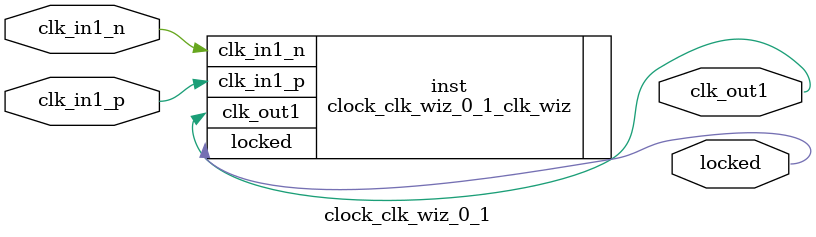
<source format=v>


`timescale 1ps/1ps

(* CORE_GENERATION_INFO = "clock_clk_wiz_0_1,clk_wiz_v6_0_9_0_0,{component_name=clock_clk_wiz_0_1,use_phase_alignment=false,use_min_o_jitter=false,use_max_i_jitter=false,use_dyn_phase_shift=false,use_inclk_switchover=false,use_dyn_reconfig=false,enable_axi=0,feedback_source=FDBK_AUTO,PRIMITIVE=MMCM,num_out_clk=1,clkin1_period=3.333,clkin2_period=10.0,use_power_down=false,use_reset=false,use_locked=true,use_inclk_stopped=false,feedback_type=SINGLE,CLOCK_MGR_TYPE=NA,manual_override=false}" *)

module clock_clk_wiz_0_1 
 (
  // Clock out ports
  output        clk_out1,
  // Status and control signals
  output        locked,
 // Clock in ports
  input         clk_in1_p,
  input         clk_in1_n
 );

  clock_clk_wiz_0_1_clk_wiz inst
  (
  // Clock out ports  
  .clk_out1(clk_out1),
  // Status and control signals               
  .locked(locked),
 // Clock in ports
  .clk_in1_p(clk_in1_p),
  .clk_in1_n(clk_in1_n)
  );

endmodule

</source>
